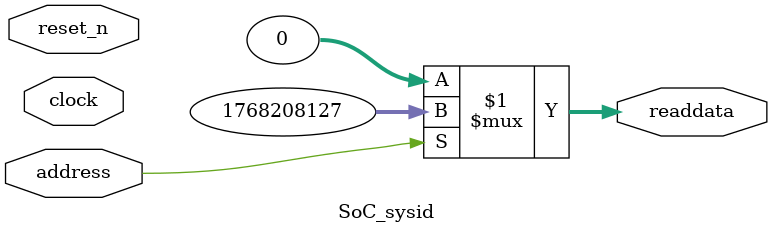
<source format=v>

`timescale 1ns / 1ps
// synthesis translate_on

// turn off superfluous verilog processor warnings 
// altera message_level Level1 
// altera message_off 10034 10035 10036 10037 10230 10240 10030 

module SoC_sysid (
               // inputs:
                address,
                clock,
                reset_n,

               // outputs:
                readdata
             )
;

  output  [ 31: 0] readdata;
  input            address;
  input            clock;
  input            reset_n;

  wire    [ 31: 0] readdata;
  //control_slave, which is an e_avalon_slave
  assign readdata = address ? 1768208127 : 0;

endmodule




</source>
